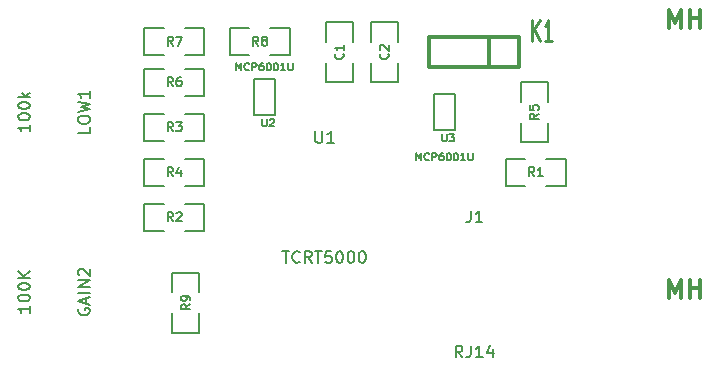
<source format=gto>
%FSLAX34Y34*%
G04 Gerber Fmt 3.4, Leading zero omitted, Abs format*
G04 (created by PCBNEW (2014-jan-25)-product) date Wed 30 Apr 2014 07:54:19 PM MDT*
%MOIN*%
G01*
G70*
G90*
G04 APERTURE LIST*
%ADD10C,0.003937*%
%ADD11C,0.005000*%
%ADD12C,0.012000*%
%ADD13C,0.005906*%
%ADD14C,0.010600*%
G04 APERTURE END LIST*
G54D10*
G54D11*
X53350Y-31600D02*
X52650Y-31600D01*
X52650Y-31600D02*
X52650Y-30400D01*
X52650Y-30400D02*
X53350Y-30400D01*
X53350Y-30400D02*
X53350Y-31600D01*
X59349Y-32100D02*
X58649Y-32100D01*
X58649Y-32100D02*
X58649Y-30900D01*
X58649Y-30900D02*
X59349Y-30900D01*
X59349Y-30900D02*
X59349Y-32100D01*
X55050Y-30500D02*
X55950Y-30500D01*
X55950Y-30500D02*
X55950Y-29850D01*
X55050Y-29150D02*
X55050Y-28500D01*
X55050Y-28500D02*
X55950Y-28500D01*
X55950Y-28500D02*
X55950Y-29150D01*
X55050Y-29850D02*
X55050Y-30500D01*
X56550Y-30500D02*
X57450Y-30500D01*
X57450Y-30500D02*
X57450Y-29850D01*
X56550Y-29150D02*
X56550Y-28500D01*
X56550Y-28500D02*
X57450Y-28500D01*
X57450Y-28500D02*
X57450Y-29150D01*
X56550Y-29850D02*
X56550Y-30500D01*
G54D12*
X61500Y-29000D02*
X61500Y-30000D01*
X61500Y-30000D02*
X58500Y-30000D01*
X58500Y-30000D02*
X58500Y-29000D01*
X58500Y-29000D02*
X61500Y-29000D01*
X60500Y-30000D02*
X60500Y-29000D01*
G54D11*
X61050Y-33050D02*
X61050Y-33950D01*
X61050Y-33950D02*
X61700Y-33950D01*
X62400Y-33050D02*
X63050Y-33050D01*
X63050Y-33050D02*
X63050Y-33950D01*
X63050Y-33950D02*
X62400Y-33950D01*
X61700Y-33050D02*
X61050Y-33050D01*
X51000Y-35450D02*
X51000Y-34550D01*
X51000Y-34550D02*
X50350Y-34550D01*
X49650Y-35450D02*
X49000Y-35450D01*
X49000Y-35450D02*
X49000Y-34550D01*
X49000Y-34550D02*
X49650Y-34550D01*
X50350Y-35450D02*
X51000Y-35450D01*
X51000Y-32450D02*
X51000Y-31550D01*
X51000Y-31550D02*
X50350Y-31550D01*
X49650Y-32450D02*
X49000Y-32450D01*
X49000Y-32450D02*
X49000Y-31550D01*
X49000Y-31550D02*
X49650Y-31550D01*
X50350Y-32450D02*
X51000Y-32450D01*
X49000Y-33050D02*
X49000Y-33950D01*
X49000Y-33950D02*
X49650Y-33950D01*
X50350Y-33050D02*
X51000Y-33050D01*
X51000Y-33050D02*
X51000Y-33950D01*
X51000Y-33950D02*
X50350Y-33950D01*
X49650Y-33050D02*
X49000Y-33050D01*
X62449Y-30500D02*
X61549Y-30500D01*
X61549Y-30500D02*
X61549Y-31150D01*
X62449Y-31850D02*
X62449Y-32500D01*
X62449Y-32500D02*
X61549Y-32500D01*
X61549Y-32500D02*
X61549Y-31850D01*
X62449Y-31150D02*
X62449Y-30500D01*
X51000Y-30950D02*
X51000Y-30050D01*
X51000Y-30050D02*
X50350Y-30050D01*
X49650Y-30950D02*
X49000Y-30950D01*
X49000Y-30950D02*
X49000Y-30050D01*
X49000Y-30050D02*
X49650Y-30050D01*
X50350Y-30950D02*
X51000Y-30950D01*
X51000Y-29600D02*
X51000Y-28700D01*
X51000Y-28700D02*
X50350Y-28700D01*
X49650Y-29600D02*
X49000Y-29600D01*
X49000Y-29600D02*
X49000Y-28700D01*
X49000Y-28700D02*
X49650Y-28700D01*
X50350Y-29600D02*
X51000Y-29600D01*
X53850Y-29600D02*
X53850Y-28700D01*
X53850Y-28700D02*
X53200Y-28700D01*
X52500Y-29600D02*
X51850Y-29600D01*
X51850Y-29600D02*
X51850Y-28700D01*
X51850Y-28700D02*
X52500Y-28700D01*
X53200Y-29600D02*
X53850Y-29600D01*
X49930Y-38860D02*
X50830Y-38860D01*
X50830Y-38860D02*
X50830Y-38210D01*
X49930Y-37510D02*
X49930Y-36860D01*
X49930Y-36860D02*
X50830Y-36860D01*
X50830Y-36860D02*
X50830Y-37510D01*
X49930Y-38210D02*
X49930Y-38860D01*
X52927Y-31729D02*
X52927Y-31931D01*
X52939Y-31955D01*
X52951Y-31967D01*
X52975Y-31979D01*
X53022Y-31979D01*
X53046Y-31967D01*
X53058Y-31955D01*
X53070Y-31931D01*
X53070Y-31729D01*
X53177Y-31752D02*
X53189Y-31741D01*
X53213Y-31729D01*
X53272Y-31729D01*
X53296Y-31741D01*
X53308Y-31752D01*
X53320Y-31776D01*
X53320Y-31800D01*
X53308Y-31836D01*
X53165Y-31979D01*
X53320Y-31979D01*
X52059Y-30113D02*
X52059Y-29863D01*
X52142Y-30041D01*
X52226Y-29863D01*
X52226Y-30113D01*
X52488Y-30089D02*
X52476Y-30101D01*
X52440Y-30113D01*
X52416Y-30113D01*
X52380Y-30101D01*
X52357Y-30077D01*
X52345Y-30053D01*
X52333Y-30005D01*
X52333Y-29970D01*
X52345Y-29922D01*
X52357Y-29898D01*
X52380Y-29875D01*
X52416Y-29863D01*
X52440Y-29863D01*
X52476Y-29875D01*
X52488Y-29886D01*
X52595Y-30113D02*
X52595Y-29863D01*
X52690Y-29863D01*
X52714Y-29875D01*
X52726Y-29886D01*
X52738Y-29910D01*
X52738Y-29946D01*
X52726Y-29970D01*
X52714Y-29982D01*
X52690Y-29994D01*
X52595Y-29994D01*
X52952Y-29863D02*
X52904Y-29863D01*
X52880Y-29875D01*
X52869Y-29886D01*
X52845Y-29922D01*
X52833Y-29970D01*
X52833Y-30065D01*
X52845Y-30089D01*
X52857Y-30101D01*
X52880Y-30113D01*
X52928Y-30113D01*
X52952Y-30101D01*
X52964Y-30089D01*
X52976Y-30065D01*
X52976Y-30005D01*
X52964Y-29982D01*
X52952Y-29970D01*
X52928Y-29958D01*
X52880Y-29958D01*
X52857Y-29970D01*
X52845Y-29982D01*
X52833Y-30005D01*
X53130Y-29863D02*
X53154Y-29863D01*
X53178Y-29875D01*
X53190Y-29886D01*
X53202Y-29910D01*
X53214Y-29958D01*
X53214Y-30017D01*
X53202Y-30065D01*
X53190Y-30089D01*
X53178Y-30101D01*
X53154Y-30113D01*
X53130Y-30113D01*
X53107Y-30101D01*
X53095Y-30089D01*
X53083Y-30065D01*
X53071Y-30017D01*
X53071Y-29958D01*
X53083Y-29910D01*
X53095Y-29886D01*
X53107Y-29875D01*
X53130Y-29863D01*
X53369Y-29863D02*
X53392Y-29863D01*
X53416Y-29875D01*
X53428Y-29886D01*
X53440Y-29910D01*
X53452Y-29958D01*
X53452Y-30017D01*
X53440Y-30065D01*
X53428Y-30089D01*
X53416Y-30101D01*
X53392Y-30113D01*
X53369Y-30113D01*
X53345Y-30101D01*
X53333Y-30089D01*
X53321Y-30065D01*
X53309Y-30017D01*
X53309Y-29958D01*
X53321Y-29910D01*
X53333Y-29886D01*
X53345Y-29875D01*
X53369Y-29863D01*
X53690Y-30113D02*
X53547Y-30113D01*
X53619Y-30113D02*
X53619Y-29863D01*
X53595Y-29898D01*
X53571Y-29922D01*
X53547Y-29934D01*
X53797Y-29863D02*
X53797Y-30065D01*
X53809Y-30089D01*
X53821Y-30101D01*
X53845Y-30113D01*
X53892Y-30113D01*
X53916Y-30101D01*
X53928Y-30089D01*
X53940Y-30065D01*
X53940Y-29863D01*
X58927Y-32229D02*
X58927Y-32431D01*
X58939Y-32455D01*
X58951Y-32467D01*
X58975Y-32479D01*
X59022Y-32479D01*
X59046Y-32467D01*
X59058Y-32455D01*
X59070Y-32431D01*
X59070Y-32229D01*
X59165Y-32229D02*
X59320Y-32229D01*
X59237Y-32324D01*
X59272Y-32324D01*
X59296Y-32336D01*
X59308Y-32348D01*
X59320Y-32371D01*
X59320Y-32431D01*
X59308Y-32455D01*
X59296Y-32467D01*
X59272Y-32479D01*
X59201Y-32479D01*
X59177Y-32467D01*
X59165Y-32455D01*
X58059Y-33113D02*
X58059Y-32863D01*
X58142Y-33041D01*
X58226Y-32863D01*
X58226Y-33113D01*
X58488Y-33089D02*
X58476Y-33101D01*
X58440Y-33113D01*
X58416Y-33113D01*
X58380Y-33101D01*
X58357Y-33077D01*
X58345Y-33053D01*
X58333Y-33005D01*
X58333Y-32970D01*
X58345Y-32922D01*
X58357Y-32898D01*
X58380Y-32875D01*
X58416Y-32863D01*
X58440Y-32863D01*
X58476Y-32875D01*
X58488Y-32886D01*
X58595Y-33113D02*
X58595Y-32863D01*
X58690Y-32863D01*
X58714Y-32875D01*
X58726Y-32886D01*
X58738Y-32910D01*
X58738Y-32946D01*
X58726Y-32970D01*
X58714Y-32982D01*
X58690Y-32994D01*
X58595Y-32994D01*
X58952Y-32863D02*
X58904Y-32863D01*
X58880Y-32875D01*
X58869Y-32886D01*
X58845Y-32922D01*
X58833Y-32970D01*
X58833Y-33065D01*
X58845Y-33089D01*
X58857Y-33101D01*
X58880Y-33113D01*
X58928Y-33113D01*
X58952Y-33101D01*
X58964Y-33089D01*
X58976Y-33065D01*
X58976Y-33005D01*
X58964Y-32982D01*
X58952Y-32970D01*
X58928Y-32958D01*
X58880Y-32958D01*
X58857Y-32970D01*
X58845Y-32982D01*
X58833Y-33005D01*
X59130Y-32863D02*
X59154Y-32863D01*
X59178Y-32875D01*
X59190Y-32886D01*
X59202Y-32910D01*
X59214Y-32958D01*
X59214Y-33017D01*
X59202Y-33065D01*
X59190Y-33089D01*
X59178Y-33101D01*
X59154Y-33113D01*
X59130Y-33113D01*
X59107Y-33101D01*
X59095Y-33089D01*
X59083Y-33065D01*
X59071Y-33017D01*
X59071Y-32958D01*
X59083Y-32910D01*
X59095Y-32886D01*
X59107Y-32875D01*
X59130Y-32863D01*
X59369Y-32863D02*
X59392Y-32863D01*
X59416Y-32875D01*
X59428Y-32886D01*
X59440Y-32910D01*
X59452Y-32958D01*
X59452Y-33017D01*
X59440Y-33065D01*
X59428Y-33089D01*
X59416Y-33101D01*
X59392Y-33113D01*
X59369Y-33113D01*
X59345Y-33101D01*
X59333Y-33089D01*
X59321Y-33065D01*
X59309Y-33017D01*
X59309Y-32958D01*
X59321Y-32910D01*
X59333Y-32886D01*
X59345Y-32875D01*
X59369Y-32863D01*
X59690Y-33113D02*
X59547Y-33113D01*
X59619Y-33113D02*
X59619Y-32863D01*
X59595Y-32898D01*
X59571Y-32922D01*
X59547Y-32934D01*
X59797Y-32863D02*
X59797Y-33065D01*
X59809Y-33089D01*
X59821Y-33101D01*
X59845Y-33113D01*
X59892Y-33113D01*
X59916Y-33101D01*
X59928Y-33089D01*
X59940Y-33065D01*
X59940Y-32863D01*
G54D13*
X59868Y-34784D02*
X59868Y-35065D01*
X59850Y-35121D01*
X59812Y-35159D01*
X59756Y-35178D01*
X59718Y-35178D01*
X60262Y-35178D02*
X60037Y-35178D01*
X60149Y-35178D02*
X60149Y-34784D01*
X60112Y-34840D01*
X60074Y-34878D01*
X60037Y-34896D01*
X59596Y-39678D02*
X59465Y-39490D01*
X59371Y-39678D02*
X59371Y-39284D01*
X59521Y-39284D01*
X59559Y-39303D01*
X59578Y-39321D01*
X59596Y-39359D01*
X59596Y-39415D01*
X59578Y-39453D01*
X59559Y-39471D01*
X59521Y-39490D01*
X59371Y-39490D01*
X59878Y-39284D02*
X59878Y-39565D01*
X59859Y-39621D01*
X59821Y-39659D01*
X59765Y-39678D01*
X59728Y-39678D01*
X60271Y-39678D02*
X60046Y-39678D01*
X60159Y-39678D02*
X60159Y-39284D01*
X60121Y-39340D01*
X60084Y-39378D01*
X60046Y-39396D01*
X60609Y-39415D02*
X60609Y-39678D01*
X60515Y-39265D02*
X60421Y-39546D01*
X60665Y-39546D01*
X54700Y-32134D02*
X54700Y-32453D01*
X54718Y-32490D01*
X54737Y-32509D01*
X54775Y-32528D01*
X54850Y-32528D01*
X54887Y-32509D01*
X54906Y-32490D01*
X54925Y-32453D01*
X54925Y-32134D01*
X55318Y-32528D02*
X55093Y-32528D01*
X55206Y-32528D02*
X55206Y-32134D01*
X55168Y-32190D01*
X55131Y-32228D01*
X55093Y-32246D01*
X53593Y-36134D02*
X53818Y-36134D01*
X53706Y-36528D02*
X53706Y-36134D01*
X54175Y-36490D02*
X54156Y-36509D01*
X54100Y-36528D01*
X54062Y-36528D01*
X54006Y-36509D01*
X53968Y-36471D01*
X53950Y-36434D01*
X53931Y-36359D01*
X53931Y-36303D01*
X53950Y-36228D01*
X53968Y-36190D01*
X54006Y-36153D01*
X54062Y-36134D01*
X54100Y-36134D01*
X54156Y-36153D01*
X54175Y-36171D01*
X54568Y-36528D02*
X54437Y-36340D01*
X54343Y-36528D02*
X54343Y-36134D01*
X54493Y-36134D01*
X54531Y-36153D01*
X54550Y-36171D01*
X54568Y-36209D01*
X54568Y-36265D01*
X54550Y-36303D01*
X54531Y-36321D01*
X54493Y-36340D01*
X54343Y-36340D01*
X54681Y-36134D02*
X54906Y-36134D01*
X54793Y-36528D02*
X54793Y-36134D01*
X55224Y-36134D02*
X55037Y-36134D01*
X55018Y-36321D01*
X55037Y-36303D01*
X55074Y-36284D01*
X55168Y-36284D01*
X55206Y-36303D01*
X55224Y-36321D01*
X55243Y-36359D01*
X55243Y-36453D01*
X55224Y-36490D01*
X55206Y-36509D01*
X55168Y-36528D01*
X55074Y-36528D01*
X55037Y-36509D01*
X55018Y-36490D01*
X55487Y-36134D02*
X55524Y-36134D01*
X55562Y-36153D01*
X55581Y-36171D01*
X55599Y-36209D01*
X55618Y-36284D01*
X55618Y-36378D01*
X55599Y-36453D01*
X55581Y-36490D01*
X55562Y-36509D01*
X55524Y-36528D01*
X55487Y-36528D01*
X55449Y-36509D01*
X55431Y-36490D01*
X55412Y-36453D01*
X55393Y-36378D01*
X55393Y-36284D01*
X55412Y-36209D01*
X55431Y-36171D01*
X55449Y-36153D01*
X55487Y-36134D01*
X55862Y-36134D02*
X55899Y-36134D01*
X55937Y-36153D01*
X55956Y-36171D01*
X55974Y-36209D01*
X55993Y-36284D01*
X55993Y-36378D01*
X55974Y-36453D01*
X55956Y-36490D01*
X55937Y-36509D01*
X55899Y-36528D01*
X55862Y-36528D01*
X55824Y-36509D01*
X55806Y-36490D01*
X55787Y-36453D01*
X55768Y-36378D01*
X55768Y-36284D01*
X55787Y-36209D01*
X55806Y-36171D01*
X55824Y-36153D01*
X55862Y-36134D01*
X56237Y-36134D02*
X56274Y-36134D01*
X56312Y-36153D01*
X56331Y-36171D01*
X56349Y-36209D01*
X56368Y-36284D01*
X56368Y-36378D01*
X56349Y-36453D01*
X56331Y-36490D01*
X56312Y-36509D01*
X56274Y-36528D01*
X56237Y-36528D01*
X56199Y-36509D01*
X56181Y-36490D01*
X56162Y-36453D01*
X56143Y-36378D01*
X56143Y-36284D01*
X56162Y-36209D01*
X56181Y-36171D01*
X56199Y-36153D01*
X56237Y-36134D01*
G54D11*
X55607Y-29550D02*
X55621Y-29564D01*
X55635Y-29607D01*
X55635Y-29635D01*
X55621Y-29678D01*
X55592Y-29707D01*
X55564Y-29721D01*
X55507Y-29735D01*
X55464Y-29735D01*
X55407Y-29721D01*
X55378Y-29707D01*
X55350Y-29678D01*
X55335Y-29635D01*
X55335Y-29607D01*
X55350Y-29564D01*
X55364Y-29550D01*
X55635Y-29264D02*
X55635Y-29435D01*
X55635Y-29350D02*
X55335Y-29350D01*
X55378Y-29378D01*
X55407Y-29407D01*
X55421Y-29435D01*
X57107Y-29550D02*
X57121Y-29564D01*
X57135Y-29607D01*
X57135Y-29635D01*
X57121Y-29678D01*
X57092Y-29707D01*
X57064Y-29721D01*
X57007Y-29735D01*
X56964Y-29735D01*
X56907Y-29721D01*
X56878Y-29707D01*
X56850Y-29678D01*
X56835Y-29635D01*
X56835Y-29607D01*
X56850Y-29564D01*
X56864Y-29550D01*
X56864Y-29435D02*
X56850Y-29421D01*
X56835Y-29392D01*
X56835Y-29321D01*
X56850Y-29292D01*
X56864Y-29278D01*
X56892Y-29264D01*
X56921Y-29264D01*
X56964Y-29278D01*
X57135Y-29450D01*
X57135Y-29264D01*
G54D13*
X46803Y-38053D02*
X46784Y-38090D01*
X46784Y-38146D01*
X46803Y-38203D01*
X46840Y-38240D01*
X46878Y-38259D01*
X46953Y-38278D01*
X47009Y-38278D01*
X47084Y-38259D01*
X47121Y-38240D01*
X47159Y-38203D01*
X47178Y-38146D01*
X47178Y-38109D01*
X47159Y-38053D01*
X47140Y-38034D01*
X47009Y-38034D01*
X47009Y-38109D01*
X47065Y-37884D02*
X47065Y-37696D01*
X47178Y-37921D02*
X46784Y-37790D01*
X47178Y-37659D01*
X47178Y-37528D02*
X46784Y-37528D01*
X47178Y-37340D02*
X46784Y-37340D01*
X47178Y-37115D01*
X46784Y-37115D01*
X46821Y-36946D02*
X46803Y-36928D01*
X46784Y-36890D01*
X46784Y-36796D01*
X46803Y-36759D01*
X46821Y-36740D01*
X46859Y-36721D01*
X46896Y-36721D01*
X46953Y-36740D01*
X47178Y-36965D01*
X47178Y-36721D01*
X45178Y-37959D02*
X45178Y-38184D01*
X45178Y-38071D02*
X44784Y-38071D01*
X44840Y-38109D01*
X44878Y-38146D01*
X44896Y-38184D01*
X44784Y-37715D02*
X44784Y-37678D01*
X44803Y-37640D01*
X44821Y-37621D01*
X44859Y-37603D01*
X44934Y-37584D01*
X45028Y-37584D01*
X45103Y-37603D01*
X45140Y-37621D01*
X45159Y-37640D01*
X45178Y-37678D01*
X45178Y-37715D01*
X45159Y-37753D01*
X45140Y-37771D01*
X45103Y-37790D01*
X45028Y-37809D01*
X44934Y-37809D01*
X44859Y-37790D01*
X44821Y-37771D01*
X44803Y-37753D01*
X44784Y-37715D01*
X44784Y-37340D02*
X44784Y-37303D01*
X44803Y-37265D01*
X44821Y-37246D01*
X44859Y-37228D01*
X44934Y-37209D01*
X45028Y-37209D01*
X45103Y-37228D01*
X45140Y-37246D01*
X45159Y-37265D01*
X45178Y-37303D01*
X45178Y-37340D01*
X45159Y-37378D01*
X45140Y-37396D01*
X45103Y-37415D01*
X45028Y-37434D01*
X44934Y-37434D01*
X44859Y-37415D01*
X44821Y-37396D01*
X44803Y-37378D01*
X44784Y-37340D01*
X45178Y-37040D02*
X44784Y-37040D01*
X45178Y-36815D02*
X44953Y-36984D01*
X44784Y-36815D02*
X45009Y-37040D01*
G54D14*
X61931Y-29137D02*
X61931Y-28432D01*
X62173Y-29137D02*
X61991Y-28734D01*
X62173Y-28432D02*
X61931Y-28835D01*
X62577Y-29137D02*
X62334Y-29137D01*
X62456Y-29137D02*
X62456Y-28432D01*
X62415Y-28533D01*
X62375Y-28600D01*
X62334Y-28634D01*
G54D12*
G54D13*
X47178Y-31996D02*
X47178Y-32184D01*
X46784Y-32184D01*
X46784Y-31790D02*
X46784Y-31715D01*
X46803Y-31678D01*
X46840Y-31640D01*
X46915Y-31621D01*
X47046Y-31621D01*
X47121Y-31640D01*
X47159Y-31678D01*
X47178Y-31715D01*
X47178Y-31790D01*
X47159Y-31828D01*
X47121Y-31865D01*
X47046Y-31884D01*
X46915Y-31884D01*
X46840Y-31865D01*
X46803Y-31828D01*
X46784Y-31790D01*
X46784Y-31490D02*
X47178Y-31396D01*
X46896Y-31321D01*
X47178Y-31246D01*
X46784Y-31153D01*
X47178Y-30796D02*
X47178Y-31021D01*
X47178Y-30909D02*
X46784Y-30909D01*
X46840Y-30946D01*
X46878Y-30984D01*
X46896Y-31021D01*
X45178Y-31921D02*
X45178Y-32146D01*
X45178Y-32034D02*
X44784Y-32034D01*
X44840Y-32071D01*
X44878Y-32109D01*
X44896Y-32146D01*
X44784Y-31678D02*
X44784Y-31640D01*
X44803Y-31603D01*
X44821Y-31584D01*
X44859Y-31565D01*
X44934Y-31546D01*
X45028Y-31546D01*
X45103Y-31565D01*
X45140Y-31584D01*
X45159Y-31603D01*
X45178Y-31640D01*
X45178Y-31678D01*
X45159Y-31715D01*
X45140Y-31734D01*
X45103Y-31753D01*
X45028Y-31771D01*
X44934Y-31771D01*
X44859Y-31753D01*
X44821Y-31734D01*
X44803Y-31715D01*
X44784Y-31678D01*
X44784Y-31303D02*
X44784Y-31265D01*
X44803Y-31228D01*
X44821Y-31209D01*
X44859Y-31190D01*
X44934Y-31171D01*
X45028Y-31171D01*
X45103Y-31190D01*
X45140Y-31209D01*
X45159Y-31228D01*
X45178Y-31265D01*
X45178Y-31303D01*
X45159Y-31340D01*
X45140Y-31359D01*
X45103Y-31378D01*
X45028Y-31396D01*
X44934Y-31396D01*
X44859Y-31378D01*
X44821Y-31359D01*
X44803Y-31340D01*
X44784Y-31303D01*
X45178Y-31003D02*
X44784Y-31003D01*
X45028Y-30965D02*
X45178Y-30853D01*
X44915Y-30853D02*
X45065Y-31003D01*
G54D11*
X62000Y-33635D02*
X61900Y-33492D01*
X61828Y-33635D02*
X61828Y-33335D01*
X61942Y-33335D01*
X61971Y-33350D01*
X61985Y-33364D01*
X62000Y-33392D01*
X62000Y-33435D01*
X61985Y-33464D01*
X61971Y-33478D01*
X61942Y-33492D01*
X61828Y-33492D01*
X62285Y-33635D02*
X62114Y-33635D01*
X62200Y-33635D02*
X62200Y-33335D01*
X62171Y-33378D01*
X62142Y-33407D01*
X62114Y-33421D01*
X49950Y-35135D02*
X49850Y-34992D01*
X49778Y-35135D02*
X49778Y-34835D01*
X49892Y-34835D01*
X49921Y-34850D01*
X49935Y-34864D01*
X49950Y-34892D01*
X49950Y-34935D01*
X49935Y-34964D01*
X49921Y-34978D01*
X49892Y-34992D01*
X49778Y-34992D01*
X50064Y-34864D02*
X50078Y-34850D01*
X50107Y-34835D01*
X50178Y-34835D01*
X50207Y-34850D01*
X50221Y-34864D01*
X50235Y-34892D01*
X50235Y-34921D01*
X50221Y-34964D01*
X50050Y-35135D01*
X50235Y-35135D01*
X49950Y-32135D02*
X49850Y-31992D01*
X49778Y-32135D02*
X49778Y-31835D01*
X49892Y-31835D01*
X49921Y-31850D01*
X49935Y-31864D01*
X49950Y-31892D01*
X49950Y-31935D01*
X49935Y-31964D01*
X49921Y-31978D01*
X49892Y-31992D01*
X49778Y-31992D01*
X50050Y-31835D02*
X50235Y-31835D01*
X50135Y-31950D01*
X50178Y-31950D01*
X50207Y-31964D01*
X50221Y-31978D01*
X50235Y-32007D01*
X50235Y-32078D01*
X50221Y-32107D01*
X50207Y-32121D01*
X50178Y-32135D01*
X50092Y-32135D01*
X50064Y-32121D01*
X50050Y-32107D01*
X49950Y-33635D02*
X49850Y-33492D01*
X49778Y-33635D02*
X49778Y-33335D01*
X49892Y-33335D01*
X49921Y-33350D01*
X49935Y-33364D01*
X49950Y-33392D01*
X49950Y-33435D01*
X49935Y-33464D01*
X49921Y-33478D01*
X49892Y-33492D01*
X49778Y-33492D01*
X50207Y-33435D02*
X50207Y-33635D01*
X50135Y-33321D02*
X50064Y-33535D01*
X50250Y-33535D01*
X62135Y-31550D02*
X61992Y-31650D01*
X62135Y-31721D02*
X61835Y-31721D01*
X61835Y-31607D01*
X61849Y-31578D01*
X61864Y-31564D01*
X61892Y-31550D01*
X61935Y-31550D01*
X61964Y-31564D01*
X61978Y-31578D01*
X61992Y-31607D01*
X61992Y-31721D01*
X61835Y-31278D02*
X61835Y-31421D01*
X61978Y-31435D01*
X61964Y-31421D01*
X61949Y-31392D01*
X61949Y-31321D01*
X61964Y-31292D01*
X61978Y-31278D01*
X62007Y-31264D01*
X62078Y-31264D01*
X62107Y-31278D01*
X62121Y-31292D01*
X62135Y-31321D01*
X62135Y-31392D01*
X62121Y-31421D01*
X62107Y-31435D01*
X49950Y-30635D02*
X49850Y-30492D01*
X49778Y-30635D02*
X49778Y-30335D01*
X49892Y-30335D01*
X49921Y-30350D01*
X49935Y-30364D01*
X49950Y-30392D01*
X49950Y-30435D01*
X49935Y-30464D01*
X49921Y-30478D01*
X49892Y-30492D01*
X49778Y-30492D01*
X50207Y-30335D02*
X50150Y-30335D01*
X50121Y-30350D01*
X50107Y-30364D01*
X50078Y-30407D01*
X50064Y-30464D01*
X50064Y-30578D01*
X50078Y-30607D01*
X50092Y-30621D01*
X50121Y-30635D01*
X50178Y-30635D01*
X50207Y-30621D01*
X50221Y-30607D01*
X50235Y-30578D01*
X50235Y-30507D01*
X50221Y-30478D01*
X50207Y-30464D01*
X50178Y-30450D01*
X50121Y-30450D01*
X50092Y-30464D01*
X50078Y-30478D01*
X50064Y-30507D01*
X49950Y-29285D02*
X49850Y-29142D01*
X49778Y-29285D02*
X49778Y-28985D01*
X49892Y-28985D01*
X49921Y-29000D01*
X49935Y-29014D01*
X49950Y-29042D01*
X49950Y-29085D01*
X49935Y-29114D01*
X49921Y-29128D01*
X49892Y-29142D01*
X49778Y-29142D01*
X50050Y-28985D02*
X50250Y-28985D01*
X50121Y-29285D01*
X52800Y-29285D02*
X52700Y-29142D01*
X52628Y-29285D02*
X52628Y-28985D01*
X52742Y-28985D01*
X52771Y-29000D01*
X52785Y-29014D01*
X52800Y-29042D01*
X52800Y-29085D01*
X52785Y-29114D01*
X52771Y-29128D01*
X52742Y-29142D01*
X52628Y-29142D01*
X52971Y-29114D02*
X52942Y-29100D01*
X52928Y-29085D01*
X52914Y-29057D01*
X52914Y-29042D01*
X52928Y-29014D01*
X52942Y-29000D01*
X52971Y-28985D01*
X53028Y-28985D01*
X53057Y-29000D01*
X53071Y-29014D01*
X53085Y-29042D01*
X53085Y-29057D01*
X53071Y-29085D01*
X53057Y-29100D01*
X53028Y-29114D01*
X52971Y-29114D01*
X52942Y-29128D01*
X52928Y-29142D01*
X52914Y-29171D01*
X52914Y-29228D01*
X52928Y-29257D01*
X52942Y-29271D01*
X52971Y-29285D01*
X53028Y-29285D01*
X53057Y-29271D01*
X53071Y-29257D01*
X53085Y-29228D01*
X53085Y-29171D01*
X53071Y-29142D01*
X53057Y-29128D01*
X53028Y-29114D01*
X50515Y-37910D02*
X50372Y-38010D01*
X50515Y-38081D02*
X50215Y-38081D01*
X50215Y-37967D01*
X50230Y-37938D01*
X50244Y-37924D01*
X50272Y-37910D01*
X50315Y-37910D01*
X50344Y-37924D01*
X50358Y-37938D01*
X50372Y-37967D01*
X50372Y-38081D01*
X50515Y-37767D02*
X50515Y-37710D01*
X50501Y-37681D01*
X50487Y-37667D01*
X50444Y-37638D01*
X50387Y-37624D01*
X50272Y-37624D01*
X50244Y-37638D01*
X50230Y-37652D01*
X50215Y-37681D01*
X50215Y-37738D01*
X50230Y-37767D01*
X50244Y-37781D01*
X50272Y-37795D01*
X50344Y-37795D01*
X50372Y-37781D01*
X50387Y-37767D01*
X50401Y-37738D01*
X50401Y-37681D01*
X50387Y-37652D01*
X50372Y-37638D01*
X50344Y-37624D01*
G54D12*
X66485Y-28696D02*
X66485Y-28096D01*
X66685Y-28525D01*
X66885Y-28096D01*
X66885Y-28696D01*
X67171Y-28696D02*
X67171Y-28096D01*
X67171Y-28382D02*
X67514Y-28382D01*
X67514Y-28696D02*
X67514Y-28096D01*
X66485Y-37696D02*
X66485Y-37096D01*
X66685Y-37525D01*
X66885Y-37096D01*
X66885Y-37696D01*
X67171Y-37696D02*
X67171Y-37096D01*
X67171Y-37382D02*
X67514Y-37382D01*
X67514Y-37696D02*
X67514Y-37096D01*
M02*

</source>
